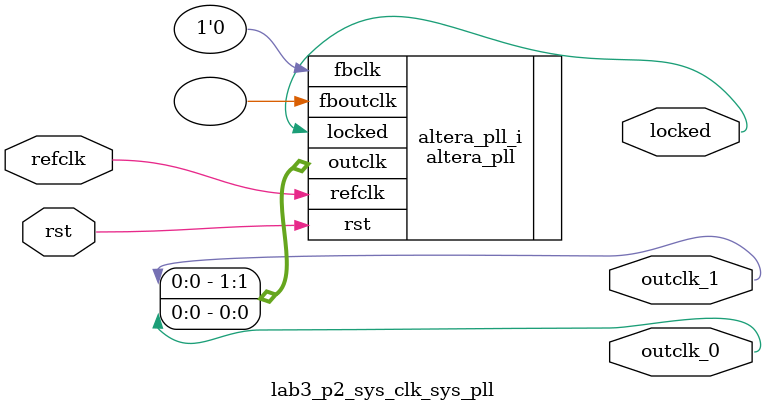
<source format=v>
`timescale 1ns/10ps
module  lab3_p2_sys_clk_sys_pll(

	// interface 'refclk'
	input wire refclk,

	// interface 'reset'
	input wire rst,

	// interface 'outclk0'
	output wire outclk_0,

	// interface 'outclk1'
	output wire outclk_1,

	// interface 'locked'
	output wire locked
);

	altera_pll #(
		.fractional_vco_multiplier("false"),
		.reference_clock_frequency("50.0 MHz"),
		.operation_mode("direct"),
		.number_of_clocks(2),
		.output_clock_frequency0("50.000000 MHz"),
		.phase_shift0("0 ps"),
		.duty_cycle0(50),
		.output_clock_frequency1("50.000000 MHz"),
		.phase_shift1("-3000 ps"),
		.duty_cycle1(50),
		.output_clock_frequency2("0 MHz"),
		.phase_shift2("0 ps"),
		.duty_cycle2(50),
		.output_clock_frequency3("0 MHz"),
		.phase_shift3("0 ps"),
		.duty_cycle3(50),
		.output_clock_frequency4("0 MHz"),
		.phase_shift4("0 ps"),
		.duty_cycle4(50),
		.output_clock_frequency5("0 MHz"),
		.phase_shift5("0 ps"),
		.duty_cycle5(50),
		.output_clock_frequency6("0 MHz"),
		.phase_shift6("0 ps"),
		.duty_cycle6(50),
		.output_clock_frequency7("0 MHz"),
		.phase_shift7("0 ps"),
		.duty_cycle7(50),
		.output_clock_frequency8("0 MHz"),
		.phase_shift8("0 ps"),
		.duty_cycle8(50),
		.output_clock_frequency9("0 MHz"),
		.phase_shift9("0 ps"),
		.duty_cycle9(50),
		.output_clock_frequency10("0 MHz"),
		.phase_shift10("0 ps"),
		.duty_cycle10(50),
		.output_clock_frequency11("0 MHz"),
		.phase_shift11("0 ps"),
		.duty_cycle11(50),
		.output_clock_frequency12("0 MHz"),
		.phase_shift12("0 ps"),
		.duty_cycle12(50),
		.output_clock_frequency13("0 MHz"),
		.phase_shift13("0 ps"),
		.duty_cycle13(50),
		.output_clock_frequency14("0 MHz"),
		.phase_shift14("0 ps"),
		.duty_cycle14(50),
		.output_clock_frequency15("0 MHz"),
		.phase_shift15("0 ps"),
		.duty_cycle15(50),
		.output_clock_frequency16("0 MHz"),
		.phase_shift16("0 ps"),
		.duty_cycle16(50),
		.output_clock_frequency17("0 MHz"),
		.phase_shift17("0 ps"),
		.duty_cycle17(50),
		.pll_type("General"),
		.pll_subtype("General")
	) altera_pll_i (
		.rst	(rst),
		.outclk	({outclk_1, outclk_0}),
		.locked	(locked),
		.fboutclk	( ),
		.fbclk	(1'b0),
		.refclk	(refclk)
	);
endmodule


</source>
